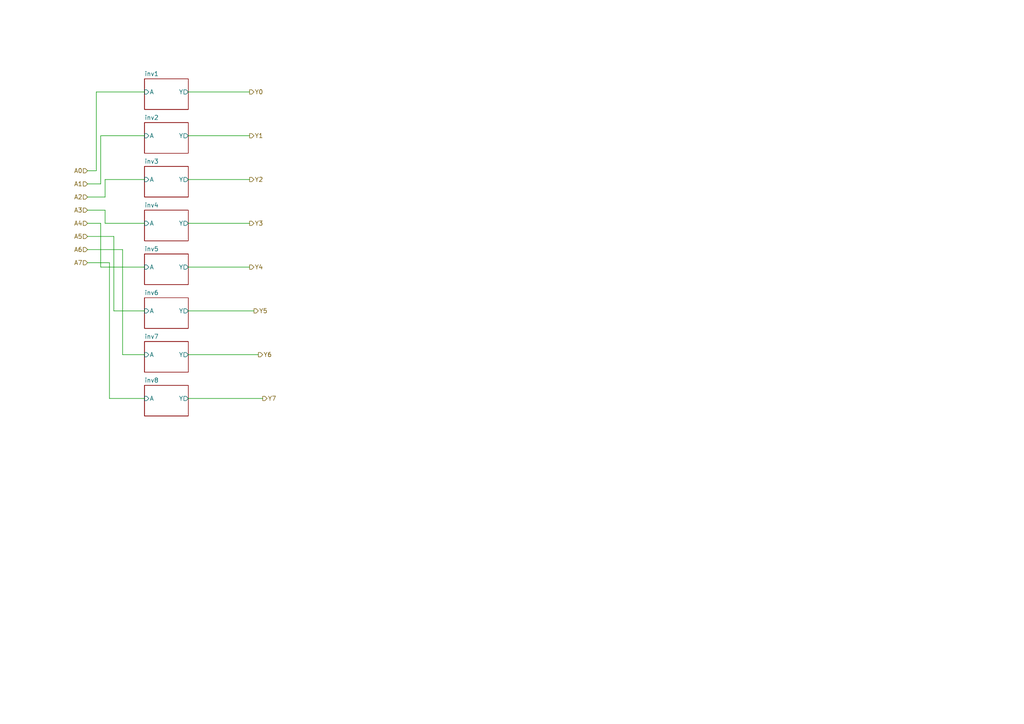
<source format=kicad_sch>
(kicad_sch
	(version 20250114)
	(generator "eeschema")
	(generator_version "9.0")
	(uuid "d141fce1-7092-474f-ac13-21228438d92c")
	(paper "A4")
	(lib_symbols)
	(wire
		(pts
			(xy 25.4 57.15) (xy 30.48 57.15)
		)
		(stroke
			(width 0)
			(type default)
		)
		(uuid "02912fab-1b5f-4268-a2b9-f4d4861e5d79")
	)
	(wire
		(pts
			(xy 30.48 52.07) (xy 41.91 52.07)
		)
		(stroke
			(width 0)
			(type default)
		)
		(uuid "0a563c60-6242-44a9-aa62-4e895a819cfc")
	)
	(wire
		(pts
			(xy 35.56 72.39) (xy 35.56 102.87)
		)
		(stroke
			(width 0)
			(type default)
		)
		(uuid "0d6d519e-cafa-4c9e-8206-4e3ab0261a5a")
	)
	(wire
		(pts
			(xy 30.48 60.96) (xy 30.48 64.77)
		)
		(stroke
			(width 0)
			(type default)
		)
		(uuid "1227ec4e-e0ae-4b31-8bce-98f2f34df898")
	)
	(wire
		(pts
			(xy 33.02 90.17) (xy 41.91 90.17)
		)
		(stroke
			(width 0)
			(type default)
		)
		(uuid "159430e1-f8c2-4682-a280-c7ac902bd155")
	)
	(wire
		(pts
			(xy 27.94 26.67) (xy 41.91 26.67)
		)
		(stroke
			(width 0)
			(type default)
		)
		(uuid "190ec717-b918-4864-bb40-66cd5ba3ecb4")
	)
	(wire
		(pts
			(xy 25.4 49.53) (xy 27.94 49.53)
		)
		(stroke
			(width 0)
			(type default)
		)
		(uuid "329e1668-68ee-48ce-9340-7a367e6d1788")
	)
	(wire
		(pts
			(xy 54.61 39.37) (xy 72.39 39.37)
		)
		(stroke
			(width 0)
			(type default)
		)
		(uuid "33af3096-3ade-4154-83f3-cf09bc420dd7")
	)
	(wire
		(pts
			(xy 29.21 53.34) (xy 29.21 39.37)
		)
		(stroke
			(width 0)
			(type default)
		)
		(uuid "33d11516-8e79-48d3-988b-e2962828864f")
	)
	(wire
		(pts
			(xy 29.21 39.37) (xy 41.91 39.37)
		)
		(stroke
			(width 0)
			(type default)
		)
		(uuid "34eb0470-bc9f-4043-bd0e-0e91ef435e69")
	)
	(wire
		(pts
			(xy 30.48 57.15) (xy 30.48 52.07)
		)
		(stroke
			(width 0)
			(type default)
		)
		(uuid "471223d5-e388-40d4-ba93-7808e02122d4")
	)
	(wire
		(pts
			(xy 29.21 64.77) (xy 29.21 77.47)
		)
		(stroke
			(width 0)
			(type default)
		)
		(uuid "646b8eb2-d40d-4fa2-8d8a-821b6a967350")
	)
	(wire
		(pts
			(xy 25.4 60.96) (xy 30.48 60.96)
		)
		(stroke
			(width 0)
			(type default)
		)
		(uuid "68b1bfd6-8188-46d5-aa48-81598aa41f2c")
	)
	(wire
		(pts
			(xy 31.75 115.57) (xy 41.91 115.57)
		)
		(stroke
			(width 0)
			(type default)
		)
		(uuid "70f2c632-73e3-46b5-9b43-ff6076dfcf57")
	)
	(wire
		(pts
			(xy 54.61 90.17) (xy 73.66 90.17)
		)
		(stroke
			(width 0)
			(type default)
		)
		(uuid "71a36d9d-72ea-46ec-8fec-8220283ecf29")
	)
	(wire
		(pts
			(xy 25.4 68.58) (xy 33.02 68.58)
		)
		(stroke
			(width 0)
			(type default)
		)
		(uuid "71e31fc0-d0c4-4568-8c24-ba83631f45c6")
	)
	(wire
		(pts
			(xy 27.94 49.53) (xy 27.94 26.67)
		)
		(stroke
			(width 0)
			(type default)
		)
		(uuid "79acf828-1d09-43d8-8482-c7d2bb5cd8dd")
	)
	(wire
		(pts
			(xy 29.21 77.47) (xy 41.91 77.47)
		)
		(stroke
			(width 0)
			(type default)
		)
		(uuid "97c89431-a73f-4001-8259-2d0f591eae9b")
	)
	(wire
		(pts
			(xy 30.48 64.77) (xy 41.91 64.77)
		)
		(stroke
			(width 0)
			(type default)
		)
		(uuid "9a64bd83-1fe4-4030-a76c-9ae35591c335")
	)
	(wire
		(pts
			(xy 54.61 26.67) (xy 72.39 26.67)
		)
		(stroke
			(width 0)
			(type default)
		)
		(uuid "9de0d3cb-809a-43d9-8dd5-933768e4c4fa")
	)
	(wire
		(pts
			(xy 25.4 64.77) (xy 29.21 64.77)
		)
		(stroke
			(width 0)
			(type default)
		)
		(uuid "afa5451b-e8ea-4db1-8527-98527d5f8126")
	)
	(wire
		(pts
			(xy 25.4 76.2) (xy 31.75 76.2)
		)
		(stroke
			(width 0)
			(type default)
		)
		(uuid "b3746a8f-098f-4106-870b-c0c62b9da52c")
	)
	(wire
		(pts
			(xy 54.61 115.57) (xy 76.2 115.57)
		)
		(stroke
			(width 0)
			(type default)
		)
		(uuid "b4b55772-fa0f-41d6-b1bb-6284ced1a0a5")
	)
	(wire
		(pts
			(xy 33.02 68.58) (xy 33.02 90.17)
		)
		(stroke
			(width 0)
			(type default)
		)
		(uuid "bbcc5535-d76a-4627-9e55-30a5ad9d7141")
	)
	(wire
		(pts
			(xy 54.61 77.47) (xy 72.39 77.47)
		)
		(stroke
			(width 0)
			(type default)
		)
		(uuid "c516fc55-c47e-437c-aaad-1aefc32c90b7")
	)
	(wire
		(pts
			(xy 35.56 102.87) (xy 41.91 102.87)
		)
		(stroke
			(width 0)
			(type default)
		)
		(uuid "c792cd7f-3024-40b6-8bbc-ff5f9674d2fb")
	)
	(wire
		(pts
			(xy 25.4 53.34) (xy 29.21 53.34)
		)
		(stroke
			(width 0)
			(type default)
		)
		(uuid "d28f9d81-d729-4664-ac6f-23f5c0773acf")
	)
	(wire
		(pts
			(xy 31.75 76.2) (xy 31.75 115.57)
		)
		(stroke
			(width 0)
			(type default)
		)
		(uuid "d6dcf948-d1fc-488e-b26e-c54e84ce1745")
	)
	(wire
		(pts
			(xy 54.61 64.77) (xy 72.39 64.77)
		)
		(stroke
			(width 0)
			(type default)
		)
		(uuid "dd118ced-a3ab-4376-8cc9-6ac75b3b94ec")
	)
	(wire
		(pts
			(xy 54.61 102.87) (xy 74.93 102.87)
		)
		(stroke
			(width 0)
			(type default)
		)
		(uuid "de092589-10ca-4dbd-a4dc-eb4324ca52fd")
	)
	(wire
		(pts
			(xy 25.4 72.39) (xy 35.56 72.39)
		)
		(stroke
			(width 0)
			(type default)
		)
		(uuid "ee9b9ce1-aeaf-4e4f-95af-13de5c0ea946")
	)
	(wire
		(pts
			(xy 54.61 52.07) (xy 72.39 52.07)
		)
		(stroke
			(width 0)
			(type default)
		)
		(uuid "ef673091-91a0-41c3-bafb-3c1484be84a1")
	)
	(hierarchical_label "A2"
		(shape input)
		(at 25.4 57.15 180)
		(effects
			(font
				(size 1.27 1.27)
			)
			(justify right)
		)
		(uuid "03ff33c0-567d-4bd5-8e10-c130da7d8758")
	)
	(hierarchical_label "A5"
		(shape input)
		(at 25.4 68.58 180)
		(effects
			(font
				(size 1.27 1.27)
			)
			(justify right)
		)
		(uuid "0707d7f8-60f8-4ae4-b6b0-2dc6ad9b7003")
	)
	(hierarchical_label "A1"
		(shape input)
		(at 25.4 53.34 180)
		(effects
			(font
				(size 1.27 1.27)
			)
			(justify right)
		)
		(uuid "080111c7-5e3d-4448-af50-744a921fd42d")
	)
	(hierarchical_label "Y7"
		(shape output)
		(at 76.2 115.57 0)
		(effects
			(font
				(size 1.27 1.27)
			)
			(justify left)
		)
		(uuid "289c399f-c641-4f72-a4eb-4f61df3bb2a4")
	)
	(hierarchical_label "Y3"
		(shape output)
		(at 72.39 64.77 0)
		(effects
			(font
				(size 1.27 1.27)
			)
			(justify left)
		)
		(uuid "2aede890-2a07-497a-97bd-bdddb0dcc0d6")
	)
	(hierarchical_label "Y2"
		(shape output)
		(at 72.39 52.07 0)
		(effects
			(font
				(size 1.27 1.27)
			)
			(justify left)
		)
		(uuid "3c37b876-acdc-434b-9a78-c472d671dbae")
	)
	(hierarchical_label "A6"
		(shape input)
		(at 25.4 72.39 180)
		(effects
			(font
				(size 1.27 1.27)
			)
			(justify right)
		)
		(uuid "4723e862-98ce-4163-bb9b-77e13765f4aa")
	)
	(hierarchical_label "A4"
		(shape input)
		(at 25.4 64.77 180)
		(effects
			(font
				(size 1.27 1.27)
			)
			(justify right)
		)
		(uuid "54670c6c-6288-4d67-bb7a-2cd8c007d526")
	)
	(hierarchical_label "Y5"
		(shape output)
		(at 73.66 90.17 0)
		(effects
			(font
				(size 1.27 1.27)
			)
			(justify left)
		)
		(uuid "736ded80-81cd-4b5f-9e5d-24b2fdd314f3")
	)
	(hierarchical_label "Y6"
		(shape output)
		(at 74.93 102.87 0)
		(effects
			(font
				(size 1.27 1.27)
			)
			(justify left)
		)
		(uuid "7c45686b-27e7-410e-a28e-31b4f578e2fb")
	)
	(hierarchical_label "Y4"
		(shape output)
		(at 72.39 77.47 0)
		(effects
			(font
				(size 1.27 1.27)
			)
			(justify left)
		)
		(uuid "7daf7cd5-b8d0-4f8a-bd12-e5a25f68d7c1")
	)
	(hierarchical_label "A0"
		(shape input)
		(at 25.4 49.53 180)
		(effects
			(font
				(size 1.27 1.27)
			)
			(justify right)
		)
		(uuid "a1a1fd39-182c-496d-828f-6e2ee3e27ffe")
	)
	(hierarchical_label "Y0"
		(shape output)
		(at 72.39 26.67 0)
		(effects
			(font
				(size 1.27 1.27)
			)
			(justify left)
		)
		(uuid "aadcaa6c-82f9-4009-8467-a6294b1fe361")
	)
	(hierarchical_label "Y1"
		(shape output)
		(at 72.39 39.37 0)
		(effects
			(font
				(size 1.27 1.27)
			)
			(justify left)
		)
		(uuid "cd388976-adb4-453d-801b-9011f4414fe0")
	)
	(hierarchical_label "A3"
		(shape input)
		(at 25.4 60.96 180)
		(effects
			(font
				(size 1.27 1.27)
			)
			(justify right)
		)
		(uuid "e71a5fe8-5fb1-41bb-bcc4-33dfd1e078fd")
	)
	(hierarchical_label "A7"
		(shape input)
		(at 25.4 76.2 180)
		(effects
			(font
				(size 1.27 1.27)
			)
			(justify right)
		)
		(uuid "fa180954-b65e-4d78-9977-9bf7e79468d5")
	)
	(sheet
		(at 41.91 60.96)
		(size 12.7 8.89)
		(exclude_from_sim no)
		(in_bom yes)
		(on_board yes)
		(dnp no)
		(fields_autoplaced yes)
		(stroke
			(width 0.1524)
			(type solid)
		)
		(fill
			(color 0 0 0 0.0000)
		)
		(uuid "12baccda-de61-4ff2-89c1-cc980ff8bc59")
		(property "Sheetname" "inv4"
			(at 41.91 60.2484 0)
			(effects
				(font
					(size 1.27 1.27)
				)
				(justify left bottom)
			)
		)
		(property "Sheetfile" "../gate_inv_1bit/gate_inv_1bit.kicad_sch"
			(at 41.91 70.4346 0)
			(effects
				(font
					(size 1.27 1.27)
				)
				(justify left top)
				(hide yes)
			)
		)
		(pin "A" input
			(at 41.91 64.77 180)
			(uuid "c4c07a47-20b8-4c08-9228-1e3eaad611c5")
			(effects
				(font
					(size 1.27 1.27)
				)
				(justify left)
			)
		)
		(pin "Y" output
			(at 54.61 64.77 0)
			(uuid "ab6ae947-09a2-4247-9978-561f6b0cf044")
			(effects
				(font
					(size 1.27 1.27)
				)
				(justify right)
			)
		)
		(instances
			(project "gate_inv_8bit"
				(path "/d141fce1-7092-474f-ac13-21228438d92c"
					(page "4")
				)
			)
		)
	)
	(sheet
		(at 41.91 48.26)
		(size 12.7 8.89)
		(exclude_from_sim no)
		(in_bom yes)
		(on_board yes)
		(dnp no)
		(fields_autoplaced yes)
		(stroke
			(width 0.1524)
			(type solid)
		)
		(fill
			(color 0 0 0 0.0000)
		)
		(uuid "3a2fa2a6-4027-46c4-90cc-58cbe339a8cc")
		(property "Sheetname" "inv3"
			(at 41.91 47.5484 0)
			(effects
				(font
					(size 1.27 1.27)
				)
				(justify left bottom)
			)
		)
		(property "Sheetfile" "../gate_inv_1bit/gate_inv_1bit.kicad_sch"
			(at 41.91 57.7346 0)
			(effects
				(font
					(size 1.27 1.27)
				)
				(justify left top)
				(hide yes)
			)
		)
		(pin "A" input
			(at 41.91 52.07 180)
			(uuid "dab84496-4f18-425f-97af-d77330834e8e")
			(effects
				(font
					(size 1.27 1.27)
				)
				(justify left)
			)
		)
		(pin "Y" output
			(at 54.61 52.07 0)
			(uuid "0d6317ee-2e78-4333-ac9c-374a63bdec90")
			(effects
				(font
					(size 1.27 1.27)
				)
				(justify right)
			)
		)
		(instances
			(project "gate_inv_8bit"
				(path "/d141fce1-7092-474f-ac13-21228438d92c"
					(page "3")
				)
			)
		)
	)
	(sheet
		(at 41.91 35.56)
		(size 12.7 8.89)
		(exclude_from_sim no)
		(in_bom yes)
		(on_board yes)
		(dnp no)
		(fields_autoplaced yes)
		(stroke
			(width 0.1524)
			(type solid)
		)
		(fill
			(color 0 0 0 0.0000)
		)
		(uuid "60421d18-f918-422e-9acf-6291f4552ab2")
		(property "Sheetname" "inv2"
			(at 41.91 34.8484 0)
			(effects
				(font
					(size 1.27 1.27)
				)
				(justify left bottom)
			)
		)
		(property "Sheetfile" "../gate_inv_1bit/gate_inv_1bit.kicad_sch"
			(at 41.91 45.0346 0)
			(effects
				(font
					(size 1.27 1.27)
				)
				(justify left top)
				(hide yes)
			)
		)
		(pin "A" input
			(at 41.91 39.37 180)
			(uuid "ffc12da4-557b-4f1b-b408-ed95b4565ed4")
			(effects
				(font
					(size 1.27 1.27)
				)
				(justify left)
			)
		)
		(pin "Y" output
			(at 54.61 39.37 0)
			(uuid "4dedbf7a-af88-49c1-ba28-551e56a04013")
			(effects
				(font
					(size 1.27 1.27)
				)
				(justify right)
			)
		)
		(instances
			(project "gate_inv_8bit"
				(path "/d141fce1-7092-474f-ac13-21228438d92c"
					(page "1")
				)
			)
		)
	)
	(sheet
		(at 41.91 73.66)
		(size 12.7 8.89)
		(exclude_from_sim no)
		(in_bom yes)
		(on_board yes)
		(dnp no)
		(fields_autoplaced yes)
		(stroke
			(width 0.1524)
			(type solid)
		)
		(fill
			(color 0 0 0 0.0000)
		)
		(uuid "7ca7b9d9-dd96-40f5-80e5-151f81d53068")
		(property "Sheetname" "inv5"
			(at 41.91 72.9484 0)
			(effects
				(font
					(size 1.27 1.27)
				)
				(justify left bottom)
			)
		)
		(property "Sheetfile" "../gate_inv_1bit/gate_inv_1bit.kicad_sch"
			(at 41.91 83.1346 0)
			(effects
				(font
					(size 1.27 1.27)
				)
				(justify left top)
				(hide yes)
			)
		)
		(pin "A" input
			(at 41.91 77.47 180)
			(uuid "21b10a99-4bc7-4435-8561-78924c548977")
			(effects
				(font
					(size 1.27 1.27)
				)
				(justify left)
			)
		)
		(pin "Y" output
			(at 54.61 77.47 0)
			(uuid "82edb881-d1e0-4439-90a2-2f5a0093f765")
			(effects
				(font
					(size 1.27 1.27)
				)
				(justify right)
			)
		)
		(instances
			(project "gate_inv_8bit"
				(path "/d141fce1-7092-474f-ac13-21228438d92c"
					(page "5")
				)
			)
		)
	)
	(sheet
		(at 41.91 22.86)
		(size 12.7 8.89)
		(exclude_from_sim no)
		(in_bom yes)
		(on_board yes)
		(dnp no)
		(fields_autoplaced yes)
		(stroke
			(width 0.1524)
			(type solid)
		)
		(fill
			(color 0 0 0 0.0000)
		)
		(uuid "82f3ee1c-c2d2-4617-a9e4-0cb55d40f270")
		(property "Sheetname" "inv1"
			(at 41.91 22.1484 0)
			(effects
				(font
					(size 1.27 1.27)
				)
				(justify left bottom)
			)
		)
		(property "Sheetfile" "../gate_inv_1bit/gate_inv_1bit.kicad_sch"
			(at 41.91 32.3346 0)
			(effects
				(font
					(size 1.27 1.27)
				)
				(justify left top)
				(hide yes)
			)
		)
		(pin "A" input
			(at 41.91 26.67 180)
			(uuid "cc600ab1-edb5-493a-9a81-c2bd46e5267f")
			(effects
				(font
					(size 1.27 1.27)
				)
				(justify left)
			)
		)
		(pin "Y" output
			(at 54.61 26.67 0)
			(uuid "7a3f1c91-ae97-4076-9ebe-c15bd171e30c")
			(effects
				(font
					(size 1.27 1.27)
				)
				(justify right)
			)
		)
		(instances
			(project "gate_inv_8bit"
				(path "/d141fce1-7092-474f-ac13-21228438d92c"
					(page "2")
				)
			)
			(project ""
				(path "/724c0b0c-29d0-4c6a-be9f-fdb8b4c646fb"
					(page "#")
				)
			)
			(project "main_logic"
				(path "/9c59990f-2fe5-4da7-bc07-d03b445b1465/724c0b0c-29d0-4c6a-be9f-fdb8b4c646fb"
					(page "22")
				)
			)
			(project ""
				(path "/0f98840f-83e1-46ff-ab4b-366905a86376"
					(page "#")
				)
			)
		)
	)
	(sheet
		(at 41.91 111.76)
		(size 12.7 8.89)
		(exclude_from_sim no)
		(in_bom yes)
		(on_board yes)
		(dnp no)
		(fields_autoplaced yes)
		(stroke
			(width 0.1524)
			(type solid)
		)
		(fill
			(color 0 0 0 0.0000)
		)
		(uuid "cbe845e2-fbfa-4e99-b5aa-42ea773ed407")
		(property "Sheetname" "inv8"
			(at 41.91 111.0484 0)
			(effects
				(font
					(size 1.27 1.27)
				)
				(justify left bottom)
			)
		)
		(property "Sheetfile" "../gate_inv_1bit/gate_inv_1bit.kicad_sch"
			(at 41.91 121.2346 0)
			(effects
				(font
					(size 1.27 1.27)
				)
				(justify left top)
				(hide yes)
			)
		)
		(pin "A" input
			(at 41.91 115.57 180)
			(uuid "8d74638d-6156-4cd1-82dd-0394ec455c94")
			(effects
				(font
					(size 1.27 1.27)
				)
				(justify left)
			)
		)
		(pin "Y" output
			(at 54.61 115.57 0)
			(uuid "3c05c995-1cfd-41d4-a68f-c373c39f87d5")
			(effects
				(font
					(size 1.27 1.27)
				)
				(justify right)
			)
		)
		(instances
			(project "gate_inv_8bit"
				(path "/d141fce1-7092-474f-ac13-21228438d92c"
					(page "8")
				)
			)
		)
	)
	(sheet
		(at 41.91 86.36)
		(size 12.7 8.89)
		(exclude_from_sim no)
		(in_bom yes)
		(on_board yes)
		(dnp no)
		(fields_autoplaced yes)
		(stroke
			(width 0.1524)
			(type solid)
		)
		(fill
			(color 0 0 0 0.0000)
		)
		(uuid "cfb92fbf-905c-43ce-8707-6acd4a04428b")
		(property "Sheetname" "inv6"
			(at 41.91 85.6484 0)
			(effects
				(font
					(size 1.27 1.27)
				)
				(justify left bottom)
			)
		)
		(property "Sheetfile" "../gate_inv_1bit/gate_inv_1bit.kicad_sch"
			(at 41.91 95.8346 0)
			(effects
				(font
					(size 1.27 1.27)
				)
				(justify left top)
				(hide yes)
			)
		)
		(pin "A" input
			(at 41.91 90.17 180)
			(uuid "bdcc691c-faad-4d24-b604-c46b3ffbab8b")
			(effects
				(font
					(size 1.27 1.27)
				)
				(justify left)
			)
		)
		(pin "Y" output
			(at 54.61 90.17 0)
			(uuid "a53838cb-c756-4a43-9c44-4c77a3130c25")
			(effects
				(font
					(size 1.27 1.27)
				)
				(justify right)
			)
		)
		(instances
			(project "gate_inv_8bit"
				(path "/d141fce1-7092-474f-ac13-21228438d92c"
					(page "6")
				)
			)
		)
	)
	(sheet
		(at 41.91 99.06)
		(size 12.7 8.89)
		(exclude_from_sim no)
		(in_bom yes)
		(on_board yes)
		(dnp no)
		(fields_autoplaced yes)
		(stroke
			(width 0.1524)
			(type solid)
		)
		(fill
			(color 0 0 0 0.0000)
		)
		(uuid "e8076ae0-d234-4675-a580-3fff14bf2f4c")
		(property "Sheetname" "inv7"
			(at 41.91 98.3484 0)
			(effects
				(font
					(size 1.27 1.27)
				)
				(justify left bottom)
			)
		)
		(property "Sheetfile" "../gate_inv_1bit/gate_inv_1bit.kicad_sch"
			(at 41.91 108.5346 0)
			(effects
				(font
					(size 1.27 1.27)
				)
				(justify left top)
				(hide yes)
			)
		)
		(pin "A" input
			(at 41.91 102.87 180)
			(uuid "626bebae-866c-4672-9746-f2992860c49d")
			(effects
				(font
					(size 1.27 1.27)
				)
				(justify left)
			)
		)
		(pin "Y" output
			(at 54.61 102.87 0)
			(uuid "3eff80d6-b436-4b0d-8e31-5fc75927ff6b")
			(effects
				(font
					(size 1.27 1.27)
				)
				(justify right)
			)
		)
		(instances
			(project "gate_inv_8bit"
				(path "/d141fce1-7092-474f-ac13-21228438d92c"
					(page "7")
				)
			)
		)
	)
)

</source>
